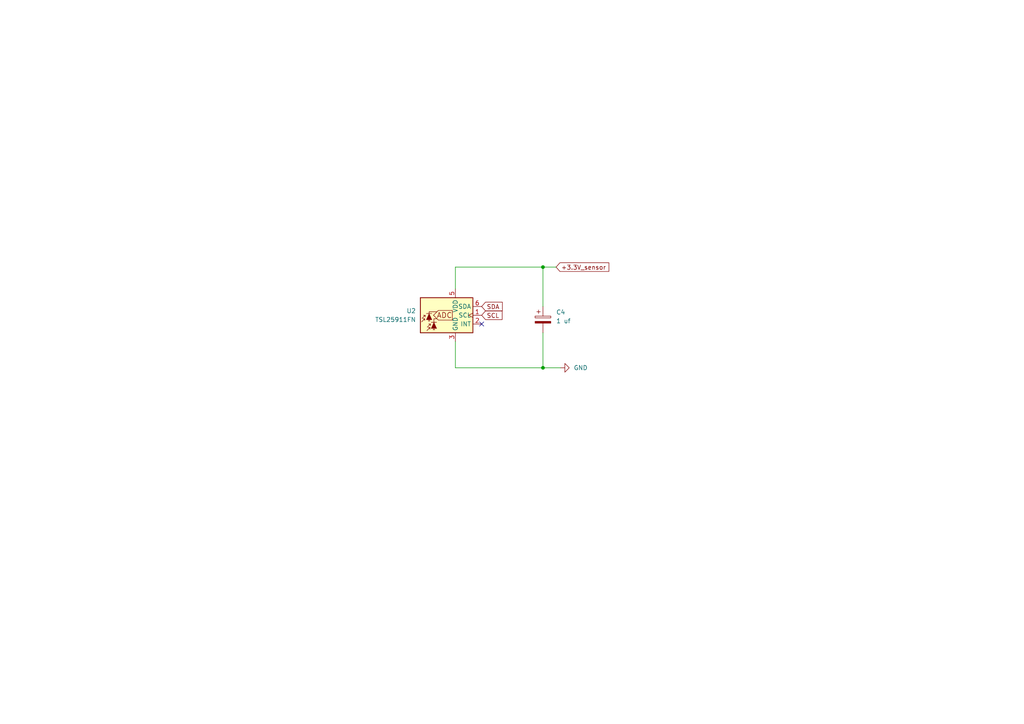
<source format=kicad_sch>
(kicad_sch (version 20250114) (generator "eeschema") (generator_version "9.0")
  (paper "A4")
  (lib_symbols
    (symbol "Device:C_Polarized" (pin_numbers (hide yes)) (pin_names (offset 0.254))
      (property "Reference" "C" (at 0.635 2.54 0))
      (property "Value" "C_Polarized" (at 0.635 -2.54 0))
      (symbol "C_Polarized_0_1"
        (rectangle (start -2.286 0.508) (end 2.286 1.016))
        (polyline (pts (xy -1.778 2.286) (xy -0.762 2.286)))
        (polyline (pts (xy -1.27 2.794) (xy -1.27 1.778)))
        (rectangle (start 2.286 -0.508) (end -2.286 -1.016) (fill (type outline)))
      )
      (symbol "C_Polarized_1_1"
        (pin passive line (at 0 3.81 270) (length 2.794) (name "~") (number "1"))
        (pin passive line (at 0 -3.81 90) (length 2.794) (name "~") (number "2"))
      )
    )
    (symbol "Sensor_Optical:TSL25911FN"
      (property "Reference" "U" (at -7.62 6.35 0))
      (property "Value" "TSL25911FN" (at 0 -6.35 0))
      (symbol "TSL25911FN_0_0"
        (text "ADC" (at -0.635 0 0) (effects (font (size 1.524 1.524))))
      )
      (symbol "TSL25911FN_0_1"
        (polyline (pts (xy -6.35 -1.016) (xy -7.239 -1.905)))
        (polyline (pts (xy -6.35 -1.016) (xy -6.858 -1.016)))
        (polyline (pts (xy -6.35 -1.016) (xy -6.35 -1.524)))
        (polyline (pts (xy -6.223 0) (xy -7.112 -0.889)))
        (polyline (pts (xy -6.223 0) (xy -6.731 0)))
        (polyline (pts (xy -6.223 0) (xy -6.223 -0.508)))
        (polyline (pts (xy -4.826 -3.556) (xy -5.715 -4.445)))
        (polyline (pts (xy -4.826 -3.556) (xy -5.334 -3.556)))
        (polyline (pts (xy -4.826 -3.556) (xy -4.826 -4.064)))
        (polyline (pts (xy -4.699 -2.54) (xy -5.588 -3.429)))
        (polyline (pts (xy -4.699 -2.54) (xy -5.207 -2.54)))
        (polyline (pts (xy -4.699 -2.54) (xy -4.699 -3.048)))
        (polyline (pts (xy -4.318 0.508) (xy -5.842 0.508)))
        (polyline (pts (xy -4.318 -1.27) (xy -5.842 -1.27) (xy -5.08 0.381) (xy -4.318 -1.27)) (fill (type outline)))
        (polyline (pts (xy -2.921 -2.032) (xy -4.445 -2.032)))
        (polyline (pts (xy -2.921 -3.81) (xy -4.445 -3.81) (xy -3.683 -2.159) (xy -2.921 -3.81)) (fill (type outline)))
      )
      (symbol "TSL25911FN_1_0"
        (polyline (pts (xy -3.81 0) (xy -2.413 1.397) (xy 1.651 1.397) (xy 1.651 0)))
        (polyline (pts (xy -3.81 0) (xy -2.413 -1.397) (xy 1.651 -1.397) (xy 1.651 0)))
      )
      (symbol "TSL25911FN_1_1"
        (rectangle (start -7.62 5.08) (end 7.62 -5.08) (stroke (width 0.254)) (fill (type background)))
        (polyline (pts (xy -5.08 -1.524) (xy -5.08 1.016) (xy -2.794 1.016)))
        (polyline (pts (xy -4.826 -1.651) (xy -5.334 -1.651)))
        (polyline (pts (xy -3.683 -4.064) (xy -3.683 -1.016) (xy -2.794 -1.016)))
        (polyline (pts (xy -3.429 -4.191) (xy -3.937 -4.191)))
        (pin no_connect line (at -7.62 2.54 0) (length 2.54) (hide yes) (name "NC") (number "4"))
        (pin power_in line (at 2.54 7.62 270) (length 2.54) (name "VDD") (number "5"))
        (pin power_in line (at 2.54 -7.62 90) (length 2.54) (name "GND") (number "3"))
        (pin bidirectional line (at 10.16 2.54 180) (length 2.54) (name "SDA") (number "6"))
        (pin input clock (at 10.16 0 180) (length 2.54) (name "SCL") (number "1"))
        (pin open_collector line (at 10.16 -2.54 180) (length 2.54) (name "INT") (number "2"))
      )
    )
    (symbol "power:GND" (power) (pin_numbers (hide yes)) (pin_names (offset 0) (hide yes))
      (property "Value" "GND" (at 0 -3.81 0))
      (symbol "GND_0_1"
        (polyline (pts (xy 0 0) (xy 0 -1.27) (xy 1.27 -1.27) (xy 0 -2.54) (xy -1.27 -1.27) (xy 0 -1.27)))
      )
      (symbol "GND_1_1"
        (pin power_in line (at 0 0 270) (length 0) (name "~") (number "1"))
      )
    )
  )
  (junction (at 157.48 77.47))
  (junction (at 157.48 106.68))
  (no_connect (at 139.7 93.98))
  (wire (pts (xy 132.08 99.06) (xy 132.08 106.68)))
  (wire (pts (xy 132.08 83.82) (xy 132.08 77.47)))
  (wire (pts (xy 157.48 77.47) (xy 157.48 88.9)))
  (wire (pts (xy 132.08 77.47) (xy 157.48 77.47)))
  (wire (pts (xy 132.08 106.68) (xy 157.48 106.68)))
  (wire (pts (xy 157.48 77.47) (xy 161.29 77.47)))
  (wire (pts (xy 157.48 106.68) (xy 162.56 106.68)))
  (wire (pts (xy 157.48 96.52) (xy 157.48 106.68)))
  (global_label "SCL" (shape input) (at 139.7 91.44 0) (property "Intersheetrefs" "${INTERSHEET_REFS}" (effects (hide yes))))
  (global_label "+3.3V_sensor" (shape input) (at 161.29 77.47 0) (property "Intersheetrefs" "${INTERSHEET_REFS}" (effects (hide yes))))
  (global_label "SDA" (shape input) (at 139.7 88.9 0) (property "Intersheetrefs" "${INTERSHEET_REFS}" (effects (hide yes))))
  (symbol (lib_id "Device:C_Polarized") (at 157.48 92.71 0) (unit 1)
    (property "Reference" "C4" (at 161.29 90.5509 0) (effects (justify left)))
    (property "Value" "1 uf" (at 161.29 93.0909 0) (effects (justify left)))
    (property "Footprint" "Capacitor_SMD:C_0402_1005Metric" (effects (hide yes)))
    (property "Description" "Polarized capacitor" (effects (hide yes)))
  )
  (symbol (lib_id "Sensor_Optical:TSL25911FN") (at 129.54 91.44 0) (unit 1)
    (property "Reference" "U2" (at 120.65 90.1699 0) (effects (justify right)))
    (property "Value" "TSL25911FN" (at 120.65 92.7099 0) (effects (justify right)))
    (property "Footprint" "OptoDevice:AMS_TSL25911FN" (effects (hide yes)))
    (property "Datasheet" "https://ams.com/documents/20143/9331680/TSL2591_DS000338_7-00.pdf" (effects (hide yes)))
    (property "Description" "Light to digital converter, 2.7 to 3.6V Vdd, DFN-6" (effects (hide yes)))
  )
  (symbol (lib_id "power:GND") (at 162.56 106.68 90) (unit 1)
    (property "Reference" "#PWR05" (effects (hide yes)))
    (property "Value" "GND" (at 166.37 106.6799 90) (effects (justify right)))
    (property "Description" "Power symbol creates a global label with name \"GND\" , ground" (effects (hide yes)))
  )
)
</source>
